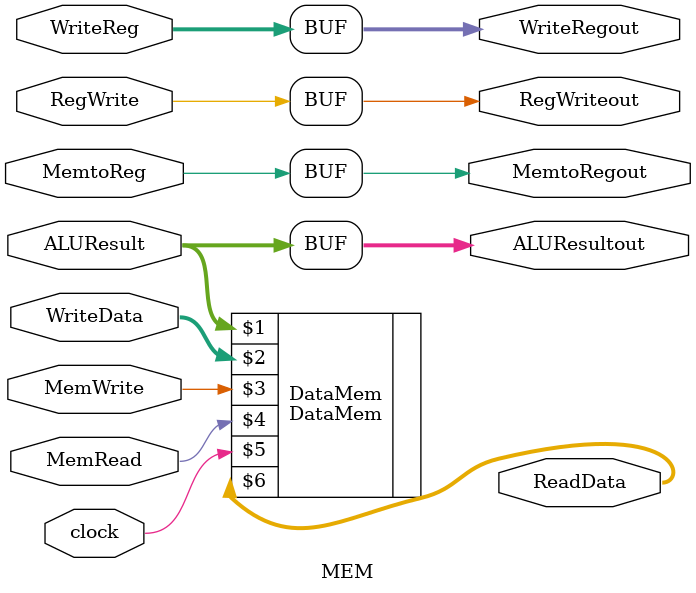
<source format=v>

module MEM(
	input clock, MemWrite, MemRead, RegWrite, MemtoReg,
	input [4:0] WriteReg,
	input [63:0] ALUResult, WriteData,
	output [63:0] ReadData, ALUResultout,
	output [4:0] WriteRegout,
	output RegWriteout, MemtoRegout
	);

assign RegWriteout = RegWrite;
assign MemtoRegout = MemtoReg;
assign WriteRegout = WriteReg;
assign ALUResultout = ALUResult;

DataMem DataMem(ALUResult, WriteData, MemWrite, MemRead, clock, ReadData);

endmodule
</source>
